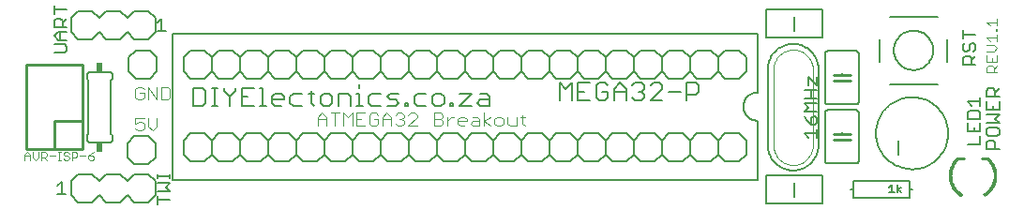
<source format=gto>
G75*
G70*
%OFA0B0*%
%FSLAX24Y24*%
%IPPOS*%
%LPD*%
%AMOC8*
5,1,8,0,0,1.08239X$1,22.5*
%
%ADD10C,0.0060*%
%ADD11C,0.0040*%
%ADD12C,0.0030*%
%ADD13C,0.0070*%
%ADD14R,0.0240X0.0340*%
%ADD15C,0.0080*%
%ADD16C,0.0050*%
%ADD17C,0.0100*%
%ADD18C,0.0010*%
%ADD19C,0.0020*%
D10*
X001860Y000760D02*
X002110Y000510D01*
X002610Y000510D01*
X002860Y000760D01*
X003110Y000510D01*
X003610Y000510D01*
X003860Y000760D01*
X004110Y000510D01*
X004610Y000510D01*
X004860Y000760D01*
X004860Y001260D01*
X004610Y001510D01*
X004110Y001510D01*
X003860Y001260D01*
X003610Y001510D01*
X003110Y001510D01*
X002860Y001260D01*
X002610Y001510D01*
X002110Y001510D01*
X001860Y001260D01*
X001860Y000760D01*
X005460Y001310D02*
X026260Y001310D01*
X026260Y003410D01*
X025610Y002960D02*
X025110Y002960D01*
X024860Y002710D01*
X024860Y002210D01*
X025110Y001960D01*
X025610Y001960D01*
X025860Y002210D01*
X025860Y002710D01*
X025610Y002960D01*
X024860Y002710D02*
X024610Y002960D01*
X024110Y002960D01*
X023860Y002710D01*
X023860Y002210D01*
X024110Y001960D01*
X024610Y001960D01*
X024860Y002210D01*
X023860Y002210D02*
X023610Y001960D01*
X023110Y001960D01*
X022860Y002210D01*
X022610Y001960D01*
X022110Y001960D01*
X021860Y002210D01*
X021610Y001960D01*
X021110Y001960D01*
X020860Y002210D01*
X020610Y001960D01*
X020110Y001960D01*
X019860Y002210D01*
X019610Y001960D01*
X019110Y001960D01*
X018860Y002210D01*
X018610Y001960D01*
X018110Y001960D01*
X017860Y002210D01*
X017610Y001960D01*
X017110Y001960D01*
X016860Y002210D01*
X016610Y001960D01*
X016110Y001960D01*
X015860Y002210D01*
X015610Y001960D01*
X015110Y001960D01*
X014860Y002210D01*
X014610Y001960D01*
X014110Y001960D01*
X013860Y002210D01*
X013610Y001960D01*
X013110Y001960D01*
X012860Y002210D01*
X012610Y001960D01*
X012110Y001960D01*
X011860Y002210D01*
X011610Y001960D01*
X011110Y001960D01*
X010860Y002210D01*
X010610Y001960D01*
X010110Y001960D01*
X009860Y002210D01*
X009610Y001960D01*
X009110Y001960D01*
X008860Y002210D01*
X008610Y001960D01*
X008110Y001960D01*
X007860Y002210D01*
X007610Y001960D01*
X007110Y001960D01*
X006860Y002210D01*
X006610Y001960D01*
X006110Y001960D01*
X005860Y002210D01*
X005860Y002710D01*
X006110Y002960D01*
X006610Y002960D01*
X006860Y002710D01*
X007110Y002960D01*
X007610Y002960D01*
X007860Y002710D01*
X007860Y002210D01*
X006860Y002210D02*
X006860Y002710D01*
X007860Y002710D02*
X008110Y002960D01*
X008610Y002960D01*
X008860Y002710D01*
X009110Y002960D01*
X009610Y002960D01*
X009860Y002710D01*
X010110Y002960D01*
X010610Y002960D01*
X010860Y002710D01*
X010860Y002210D01*
X009860Y002210D02*
X009860Y002710D01*
X008860Y002710D02*
X008860Y002210D01*
X010860Y002710D02*
X011110Y002960D01*
X011610Y002960D01*
X011860Y002710D01*
X012110Y002960D01*
X012610Y002960D01*
X012860Y002710D01*
X013110Y002960D01*
X013610Y002960D01*
X013860Y002710D01*
X013860Y002210D01*
X012860Y002210D02*
X012860Y002710D01*
X011860Y002710D02*
X011860Y002210D01*
X013860Y002710D02*
X014110Y002960D01*
X014610Y002960D01*
X014860Y002710D01*
X015110Y002960D01*
X015610Y002960D01*
X015860Y002710D01*
X016110Y002960D01*
X016610Y002960D01*
X016860Y002710D01*
X016860Y002210D01*
X015860Y002210D02*
X015860Y002710D01*
X014860Y002710D02*
X014860Y002210D01*
X016860Y002710D02*
X017110Y002960D01*
X017610Y002960D01*
X017860Y002710D01*
X018110Y002960D01*
X018610Y002960D01*
X018860Y002710D01*
X019110Y002960D01*
X019610Y002960D01*
X019860Y002710D01*
X019860Y002210D01*
X018860Y002210D02*
X018860Y002710D01*
X017860Y002710D02*
X017860Y002210D01*
X019860Y002710D02*
X020110Y002960D01*
X020610Y002960D01*
X020860Y002710D01*
X021110Y002960D01*
X021610Y002960D01*
X021860Y002710D01*
X022110Y002960D01*
X022610Y002960D01*
X022860Y002710D01*
X022860Y002210D01*
X021860Y002210D02*
X021860Y002710D01*
X020860Y002710D02*
X020860Y002210D01*
X022860Y002710D02*
X023110Y002960D01*
X023610Y002960D01*
X023860Y002710D01*
X026635Y002535D02*
X026635Y005235D01*
X025860Y005160D02*
X025610Y004910D01*
X025110Y004910D01*
X024860Y005160D01*
X024610Y004910D01*
X024110Y004910D01*
X023860Y005160D01*
X023860Y005660D01*
X024110Y005910D01*
X024610Y005910D01*
X024860Y005660D01*
X025110Y005910D01*
X025610Y005910D01*
X025860Y005660D01*
X025860Y005160D01*
X024860Y005160D02*
X024860Y005660D01*
X023860Y005660D02*
X023610Y005910D01*
X023110Y005910D01*
X022860Y005660D01*
X022610Y005910D01*
X022110Y005910D01*
X021860Y005660D01*
X021610Y005910D01*
X021110Y005910D01*
X020860Y005660D01*
X020860Y005160D01*
X021110Y004910D01*
X021610Y004910D01*
X021860Y005160D01*
X021860Y005660D01*
X020860Y005660D02*
X020610Y005910D01*
X020110Y005910D01*
X019860Y005660D01*
X019610Y005910D01*
X019110Y005910D01*
X018860Y005660D01*
X018610Y005910D01*
X018110Y005910D01*
X017860Y005660D01*
X017860Y005160D01*
X018110Y004910D01*
X018610Y004910D01*
X018860Y005160D01*
X018860Y005660D01*
X017860Y005660D02*
X017610Y005910D01*
X017110Y005910D01*
X016860Y005660D01*
X016610Y005910D01*
X016110Y005910D01*
X015860Y005660D01*
X015610Y005910D01*
X015110Y005910D01*
X014860Y005660D01*
X014860Y005160D01*
X015110Y004910D01*
X015610Y004910D01*
X015860Y005160D01*
X015860Y005660D01*
X014860Y005660D02*
X014610Y005910D01*
X014110Y005910D01*
X013860Y005660D01*
X013610Y005910D01*
X013110Y005910D01*
X012860Y005660D01*
X012610Y005910D01*
X012110Y005910D01*
X011860Y005660D01*
X011860Y005160D01*
X012110Y004910D01*
X012610Y004910D01*
X012860Y005160D01*
X012860Y005660D01*
X011860Y005660D02*
X011610Y005910D01*
X011110Y005910D01*
X010860Y005660D01*
X010610Y005910D01*
X010110Y005910D01*
X009860Y005660D01*
X009610Y005910D01*
X009110Y005910D01*
X008860Y005660D01*
X008860Y005160D01*
X009110Y004910D01*
X009610Y004910D01*
X009860Y005160D01*
X009860Y005660D01*
X008860Y005660D02*
X008610Y005910D01*
X008110Y005910D01*
X007860Y005660D01*
X007610Y005910D01*
X007110Y005910D01*
X006860Y005660D01*
X006610Y005910D01*
X006110Y005910D01*
X005860Y005660D01*
X005860Y005160D01*
X006110Y004910D01*
X006610Y004910D01*
X006860Y005160D01*
X006860Y005660D01*
X007860Y005660D02*
X007860Y005160D01*
X007610Y004910D01*
X007110Y004910D01*
X006860Y005160D01*
X007860Y005160D02*
X008110Y004910D01*
X008610Y004910D01*
X008860Y005160D01*
X009860Y005160D02*
X010110Y004910D01*
X010610Y004910D01*
X010860Y005160D01*
X010860Y005660D01*
X010860Y005160D02*
X011110Y004910D01*
X011610Y004910D01*
X011860Y005160D01*
X012860Y005160D02*
X013110Y004910D01*
X013610Y004910D01*
X013860Y005160D01*
X013860Y005660D01*
X013860Y005160D02*
X014110Y004910D01*
X014610Y004910D01*
X014860Y005160D01*
X015860Y005160D02*
X016110Y004910D01*
X016610Y004910D01*
X016860Y005160D01*
X016860Y005660D01*
X016860Y005160D02*
X017110Y004910D01*
X017610Y004910D01*
X017860Y005160D01*
X018860Y005160D02*
X019110Y004910D01*
X019610Y004910D01*
X019860Y005160D01*
X019860Y005660D01*
X019860Y005160D02*
X020110Y004910D01*
X020610Y004910D01*
X020860Y005160D01*
X021860Y005160D02*
X022110Y004910D01*
X022610Y004910D01*
X022860Y005160D01*
X022860Y005660D01*
X022860Y005160D02*
X023110Y004910D01*
X023610Y004910D01*
X023860Y005160D01*
X026260Y004410D02*
X026260Y006510D01*
X005460Y006510D01*
X005460Y001310D01*
X004860Y002110D02*
X004610Y001860D01*
X004110Y001860D01*
X003860Y002110D01*
X003860Y002610D01*
X004110Y002860D01*
X004610Y002860D01*
X004860Y002610D01*
X004860Y002110D01*
X003235Y002640D02*
X002535Y002640D01*
X002518Y002642D01*
X002501Y002646D01*
X002485Y002653D01*
X002471Y002663D01*
X002458Y002676D01*
X002448Y002690D01*
X002441Y002706D01*
X002437Y002723D01*
X002435Y002740D01*
X002435Y002890D01*
X002485Y002940D01*
X002485Y004840D01*
X002435Y004890D01*
X002435Y005040D01*
X002437Y005057D01*
X002441Y005074D01*
X002448Y005090D01*
X002458Y005104D01*
X002471Y005117D01*
X002485Y005127D01*
X002501Y005134D01*
X002518Y005138D01*
X002535Y005140D01*
X003235Y005140D01*
X003252Y005138D01*
X003269Y005134D01*
X003285Y005127D01*
X003299Y005117D01*
X003312Y005104D01*
X003322Y005090D01*
X003329Y005074D01*
X003333Y005057D01*
X003335Y005040D01*
X003335Y004890D01*
X003285Y004840D01*
X003285Y002940D01*
X003335Y002890D01*
X003335Y002740D01*
X003333Y002723D01*
X003329Y002706D01*
X003322Y002690D01*
X003312Y002676D01*
X003299Y002663D01*
X003285Y002653D01*
X003269Y002646D01*
X003252Y002642D01*
X003235Y002640D01*
X006215Y003940D02*
X006536Y003940D01*
X006642Y004047D01*
X006642Y004474D01*
X006536Y004581D01*
X006215Y004581D01*
X006215Y003940D01*
X006860Y003940D02*
X007073Y003940D01*
X006967Y003940D02*
X006967Y004581D01*
X007073Y004581D02*
X006860Y004581D01*
X007290Y004581D02*
X007290Y004474D01*
X007503Y004260D01*
X007503Y003940D01*
X007934Y003940D02*
X008361Y003940D01*
X008579Y003940D02*
X008792Y003940D01*
X008685Y003940D02*
X008685Y004581D01*
X008579Y004581D01*
X008361Y004581D02*
X007934Y004581D01*
X007934Y003940D01*
X009008Y004047D02*
X009115Y003940D01*
X009329Y003940D01*
X009008Y004047D02*
X009008Y004260D01*
X009115Y004367D01*
X009329Y004367D01*
X009435Y004260D01*
X009435Y004154D01*
X009008Y004154D01*
X009653Y004260D02*
X009653Y004047D01*
X009760Y003940D01*
X010080Y003940D01*
X010404Y004047D02*
X010511Y003940D01*
X010404Y004047D02*
X010404Y004474D01*
X010297Y004367D02*
X010511Y004367D01*
X010727Y004260D02*
X010834Y004367D01*
X011047Y004367D01*
X011154Y004260D01*
X011154Y004047D01*
X011047Y003940D01*
X010834Y003940D01*
X010727Y004047D01*
X010727Y004260D01*
X011372Y004367D02*
X011692Y004367D01*
X011799Y004260D01*
X011799Y003940D01*
X012016Y003940D02*
X012230Y003940D01*
X012123Y003940D02*
X012123Y004367D01*
X012016Y004367D01*
X012446Y004260D02*
X012553Y004367D01*
X012873Y004367D01*
X013091Y004260D02*
X013197Y004367D01*
X013518Y004367D01*
X013197Y004154D02*
X013091Y004260D01*
X013197Y004154D02*
X013411Y004154D01*
X013518Y004047D01*
X013411Y003940D01*
X013091Y003940D01*
X012873Y003940D02*
X012553Y003940D01*
X012446Y004047D01*
X012446Y004260D01*
X011372Y004367D02*
X011372Y003940D01*
X009760Y004367D02*
X009653Y004260D01*
X009760Y004367D02*
X010080Y004367D01*
X008148Y004260D02*
X007934Y004260D01*
X007717Y004474D02*
X007503Y004260D01*
X007717Y004474D02*
X007717Y004581D01*
X004910Y005160D02*
X004660Y004910D01*
X004160Y004910D01*
X003910Y005160D01*
X003910Y005660D01*
X004160Y005910D01*
X004660Y005910D01*
X004910Y005660D01*
X004910Y005160D01*
X004610Y006310D02*
X004110Y006310D01*
X003860Y006560D01*
X003610Y006310D01*
X003110Y006310D01*
X002860Y006560D01*
X002610Y006310D01*
X002110Y006310D01*
X001860Y006560D01*
X001860Y007060D01*
X002110Y007310D01*
X002610Y007310D01*
X002860Y007060D01*
X003110Y007310D01*
X003610Y007310D01*
X003860Y007060D01*
X004110Y007310D01*
X004610Y007310D01*
X004860Y007060D01*
X004860Y006560D01*
X004610Y006310D01*
X012123Y004687D02*
X012123Y004581D01*
X014057Y004260D02*
X014057Y004047D01*
X014164Y003940D01*
X014484Y003940D01*
X014702Y004047D02*
X014809Y003940D01*
X015022Y003940D01*
X015129Y004047D01*
X015129Y004260D01*
X015022Y004367D01*
X014809Y004367D01*
X014702Y004260D01*
X014702Y004047D01*
X014164Y004367D02*
X014057Y004260D01*
X014164Y004367D02*
X014484Y004367D01*
X015669Y004367D02*
X016096Y004367D01*
X015669Y003940D01*
X016096Y003940D01*
X016313Y004047D02*
X016420Y004154D01*
X016740Y004154D01*
X016740Y004260D02*
X016740Y003940D01*
X016420Y003940D01*
X016313Y004047D01*
X016634Y004367D02*
X016740Y004260D01*
X016634Y004367D02*
X016420Y004367D01*
X015453Y004047D02*
X015453Y003940D01*
X015346Y003940D01*
X015346Y004047D01*
X015453Y004047D01*
X013842Y004047D02*
X013842Y003940D01*
X013735Y003940D01*
X013735Y004047D01*
X013842Y004047D01*
X026260Y004410D02*
X026216Y004408D01*
X026173Y004402D01*
X026131Y004393D01*
X026089Y004380D01*
X026049Y004363D01*
X026010Y004343D01*
X025973Y004320D01*
X025939Y004293D01*
X025906Y004264D01*
X025877Y004231D01*
X025850Y004197D01*
X025827Y004160D01*
X025807Y004121D01*
X025790Y004081D01*
X025777Y004039D01*
X025768Y003997D01*
X025762Y003954D01*
X025760Y003910D01*
X025762Y003866D01*
X025768Y003823D01*
X025777Y003781D01*
X025790Y003739D01*
X025807Y003699D01*
X025827Y003660D01*
X025850Y003623D01*
X025877Y003589D01*
X025906Y003556D01*
X025939Y003527D01*
X025973Y003500D01*
X026010Y003477D01*
X026049Y003457D01*
X026089Y003440D01*
X026131Y003427D01*
X026173Y003418D01*
X026216Y003412D01*
X026260Y003410D01*
X028660Y003685D02*
X028660Y001985D01*
X028662Y001968D01*
X028666Y001951D01*
X028673Y001935D01*
X028683Y001921D01*
X028696Y001908D01*
X028710Y001898D01*
X028726Y001891D01*
X028743Y001887D01*
X028760Y001885D01*
X029760Y001885D01*
X029777Y001887D01*
X029794Y001891D01*
X029810Y001898D01*
X029824Y001908D01*
X029837Y001921D01*
X029847Y001935D01*
X029854Y001951D01*
X029858Y001968D01*
X029860Y001985D01*
X029860Y003685D01*
X029858Y003702D01*
X029854Y003719D01*
X029847Y003735D01*
X029837Y003749D01*
X029824Y003762D01*
X029810Y003772D01*
X029794Y003779D01*
X029777Y003783D01*
X029760Y003785D01*
X028760Y003785D01*
X028743Y003783D01*
X028726Y003779D01*
X028710Y003772D01*
X028696Y003762D01*
X028683Y003749D01*
X028673Y003735D01*
X028666Y003719D01*
X028662Y003702D01*
X028660Y003685D01*
X028760Y003985D02*
X029760Y003985D01*
X029777Y003987D01*
X029794Y003991D01*
X029810Y003998D01*
X029824Y004008D01*
X029837Y004021D01*
X029847Y004035D01*
X029854Y004051D01*
X029858Y004068D01*
X029860Y004085D01*
X029860Y005785D01*
X029858Y005802D01*
X029854Y005819D01*
X029847Y005835D01*
X029837Y005849D01*
X029824Y005862D01*
X029810Y005872D01*
X029794Y005879D01*
X029777Y005883D01*
X029760Y005885D01*
X028760Y005885D01*
X028743Y005883D01*
X028726Y005879D01*
X028710Y005872D01*
X028696Y005862D01*
X028683Y005849D01*
X028673Y005835D01*
X028666Y005819D01*
X028662Y005802D01*
X028660Y005785D01*
X028660Y004085D01*
X028662Y004068D01*
X028666Y004051D01*
X028673Y004035D01*
X028683Y004021D01*
X028696Y004008D01*
X028710Y003998D01*
X028726Y003991D01*
X028743Y003987D01*
X028760Y003985D01*
X029260Y004785D02*
X029260Y004835D01*
X029260Y005035D02*
X029260Y005085D01*
X028435Y005235D02*
X028435Y002535D01*
X029260Y002685D02*
X029260Y002735D01*
X029260Y002935D02*
X029260Y002985D01*
X028435Y002535D02*
X028433Y002476D01*
X028427Y002418D01*
X028418Y002359D01*
X028404Y002302D01*
X028387Y002246D01*
X028366Y002191D01*
X028342Y002137D01*
X028314Y002085D01*
X028283Y002035D01*
X028249Y001987D01*
X028212Y001942D01*
X028171Y001899D01*
X028128Y001858D01*
X028083Y001821D01*
X028035Y001787D01*
X027985Y001756D01*
X027933Y001728D01*
X027879Y001704D01*
X027824Y001683D01*
X027768Y001666D01*
X027711Y001652D01*
X027652Y001643D01*
X027594Y001637D01*
X027535Y001635D01*
X027476Y001637D01*
X027418Y001643D01*
X027359Y001652D01*
X027302Y001666D01*
X027246Y001683D01*
X027191Y001704D01*
X027137Y001728D01*
X027085Y001756D01*
X027035Y001787D01*
X026987Y001821D01*
X026942Y001858D01*
X026899Y001899D01*
X026858Y001942D01*
X026821Y001987D01*
X026787Y002035D01*
X026756Y002085D01*
X026728Y002137D01*
X026704Y002191D01*
X026683Y002246D01*
X026666Y002302D01*
X026652Y002359D01*
X026643Y002418D01*
X026637Y002476D01*
X026635Y002535D01*
X026635Y005235D02*
X026637Y005294D01*
X026643Y005352D01*
X026652Y005411D01*
X026666Y005468D01*
X026683Y005524D01*
X026704Y005579D01*
X026728Y005633D01*
X026756Y005685D01*
X026787Y005735D01*
X026821Y005783D01*
X026858Y005828D01*
X026899Y005871D01*
X026942Y005912D01*
X026987Y005949D01*
X027035Y005983D01*
X027085Y006014D01*
X027137Y006042D01*
X027191Y006066D01*
X027246Y006087D01*
X027302Y006104D01*
X027359Y006118D01*
X027418Y006127D01*
X027476Y006133D01*
X027535Y006135D01*
X027594Y006133D01*
X027652Y006127D01*
X027711Y006118D01*
X027768Y006104D01*
X027824Y006087D01*
X027879Y006066D01*
X027933Y006042D01*
X027985Y006014D01*
X028035Y005983D01*
X028083Y005949D01*
X028128Y005912D01*
X028171Y005871D01*
X028212Y005828D01*
X028249Y005783D01*
X028283Y005735D01*
X028314Y005685D01*
X028342Y005633D01*
X028366Y005579D01*
X028387Y005524D01*
X028404Y005468D01*
X028418Y005411D01*
X028427Y005352D01*
X028433Y005294D01*
X028435Y005235D01*
D11*
X017997Y003537D02*
X017843Y003537D01*
X017920Y003614D02*
X017920Y003307D01*
X017997Y003230D01*
X017690Y003230D02*
X017690Y003537D01*
X017383Y003537D02*
X017383Y003307D01*
X017459Y003230D01*
X017690Y003230D01*
X017229Y003307D02*
X017153Y003230D01*
X016999Y003230D01*
X016922Y003307D01*
X016922Y003460D01*
X016999Y003537D01*
X017153Y003537D01*
X017229Y003460D01*
X017229Y003307D01*
X016769Y003230D02*
X016539Y003383D01*
X016769Y003537D01*
X016385Y003460D02*
X016385Y003230D01*
X016155Y003230D01*
X016078Y003307D01*
X016155Y003383D01*
X016385Y003383D01*
X016385Y003460D02*
X016308Y003537D01*
X016155Y003537D01*
X015925Y003460D02*
X015925Y003383D01*
X015618Y003383D01*
X015618Y003307D02*
X015618Y003460D01*
X015695Y003537D01*
X015848Y003537D01*
X015925Y003460D01*
X015695Y003230D02*
X015618Y003307D01*
X015695Y003230D02*
X015848Y003230D01*
X015234Y003230D02*
X015234Y003537D01*
X015081Y003537D02*
X015004Y003460D01*
X014774Y003460D01*
X015004Y003460D02*
X015081Y003383D01*
X015081Y003307D01*
X015004Y003230D01*
X014774Y003230D01*
X014774Y003690D01*
X015004Y003690D01*
X015081Y003614D01*
X015081Y003537D01*
X015234Y003383D02*
X015388Y003537D01*
X015464Y003537D01*
X016539Y003690D02*
X016539Y003230D01*
X014160Y003230D02*
X013853Y003230D01*
X014160Y003537D01*
X014160Y003614D01*
X014083Y003690D01*
X013930Y003690D01*
X013853Y003614D01*
X013700Y003614D02*
X013700Y003537D01*
X013623Y003460D01*
X013700Y003383D01*
X013700Y003307D01*
X013623Y003230D01*
X013469Y003230D01*
X013393Y003307D01*
X013239Y003230D02*
X013239Y003537D01*
X013086Y003690D01*
X012932Y003537D01*
X012932Y003230D01*
X012779Y003307D02*
X012779Y003460D01*
X012625Y003460D01*
X012932Y003460D02*
X013239Y003460D01*
X013546Y003460D02*
X013623Y003460D01*
X013700Y003614D02*
X013623Y003690D01*
X013469Y003690D01*
X013393Y003614D01*
X012779Y003614D02*
X012702Y003690D01*
X012549Y003690D01*
X012472Y003614D01*
X012472Y003307D01*
X012549Y003230D01*
X012702Y003230D01*
X012779Y003307D01*
X012318Y003230D02*
X012011Y003230D01*
X012011Y003690D01*
X012318Y003690D01*
X011858Y003690D02*
X011858Y003230D01*
X011551Y003230D02*
X011551Y003690D01*
X011705Y003537D01*
X011858Y003690D01*
X011398Y003690D02*
X011091Y003690D01*
X011244Y003690D02*
X011244Y003230D01*
X010937Y003230D02*
X010937Y003537D01*
X010784Y003690D01*
X010630Y003537D01*
X010630Y003230D01*
X010630Y003460D02*
X010937Y003460D01*
X012011Y003460D02*
X012165Y003460D01*
X005383Y004232D02*
X005306Y004155D01*
X005076Y004155D01*
X005076Y004615D01*
X005306Y004615D01*
X005383Y004539D01*
X005383Y004232D01*
X004923Y004155D02*
X004923Y004615D01*
X004616Y004615D02*
X004923Y004155D01*
X004616Y004155D02*
X004616Y004615D01*
X004462Y004539D02*
X004386Y004615D01*
X004232Y004615D01*
X004155Y004539D01*
X004155Y004232D01*
X004232Y004155D01*
X004386Y004155D01*
X004462Y004232D01*
X004462Y004385D01*
X004309Y004385D01*
X004462Y003515D02*
X004155Y003515D01*
X004155Y003285D01*
X004309Y003362D01*
X004386Y003362D01*
X004462Y003285D01*
X004462Y003132D01*
X004386Y003055D01*
X004232Y003055D01*
X004155Y003132D01*
X004616Y003208D02*
X004769Y003055D01*
X004923Y003208D01*
X004923Y003515D01*
X004616Y003515D02*
X004616Y003208D01*
D12*
X002674Y002295D02*
X002577Y002247D01*
X002481Y002150D01*
X002626Y002150D01*
X002674Y002102D01*
X002674Y002053D01*
X002626Y002005D01*
X002529Y002005D01*
X002481Y002053D01*
X002481Y002150D01*
X002380Y002150D02*
X002186Y002150D01*
X002085Y002150D02*
X002036Y002102D01*
X001891Y002102D01*
X001891Y002005D02*
X001891Y002295D01*
X002036Y002295D01*
X002085Y002247D01*
X002085Y002150D01*
X001790Y002102D02*
X001790Y002053D01*
X001742Y002005D01*
X001645Y002005D01*
X001597Y002053D01*
X001497Y002005D02*
X001400Y002005D01*
X001449Y002005D02*
X001449Y002295D01*
X001497Y002295D02*
X001400Y002295D01*
X001299Y002150D02*
X001106Y002150D01*
X001004Y002150D02*
X000956Y002102D01*
X000811Y002102D01*
X000908Y002102D02*
X001004Y002005D01*
X000811Y002005D02*
X000811Y002295D01*
X000956Y002295D01*
X001004Y002247D01*
X001004Y002150D01*
X000710Y002102D02*
X000710Y002295D01*
X000516Y002295D02*
X000516Y002102D01*
X000613Y002005D01*
X000710Y002102D01*
X000415Y002150D02*
X000222Y002150D01*
X000222Y002198D02*
X000318Y002295D01*
X000415Y002198D01*
X000415Y002005D01*
X000222Y002005D02*
X000222Y002198D01*
X001597Y002198D02*
X001645Y002150D01*
X001742Y002150D01*
X001790Y002102D01*
X001597Y002198D02*
X001597Y002247D01*
X001645Y002295D01*
X001742Y002295D01*
X001790Y002247D01*
X034415Y005125D02*
X034415Y005310D01*
X034477Y005372D01*
X034600Y005372D01*
X034662Y005310D01*
X034662Y005125D01*
X034785Y005125D02*
X034415Y005125D01*
X034662Y005248D02*
X034785Y005372D01*
X034785Y005493D02*
X034415Y005493D01*
X034415Y005740D01*
X034415Y005862D02*
X034662Y005862D01*
X034785Y005985D01*
X034662Y006109D01*
X034415Y006109D01*
X034538Y006230D02*
X034415Y006353D01*
X034785Y006353D01*
X034785Y006230D02*
X034785Y006477D01*
X034785Y006598D02*
X034785Y006660D01*
X034724Y006660D01*
X034724Y006598D01*
X034785Y006598D01*
X034785Y006782D02*
X034785Y007029D01*
X034785Y006906D02*
X034415Y006906D01*
X034538Y006782D01*
X034785Y005740D02*
X034785Y005493D01*
X034600Y005493D02*
X034600Y005617D01*
D13*
X024171Y004650D02*
X024171Y004440D01*
X024066Y004335D01*
X023751Y004335D01*
X023527Y004440D02*
X023106Y004440D01*
X022882Y004545D02*
X022882Y004650D01*
X022777Y004756D01*
X022567Y004756D01*
X022462Y004650D01*
X022237Y004650D02*
X022237Y004545D01*
X022132Y004440D01*
X022237Y004335D01*
X022237Y004230D01*
X022132Y004125D01*
X021922Y004125D01*
X021817Y004230D01*
X021593Y004125D02*
X021593Y004545D01*
X021383Y004756D01*
X021173Y004545D01*
X021173Y004125D01*
X020948Y004230D02*
X020843Y004125D01*
X020633Y004125D01*
X020528Y004230D01*
X020528Y004650D01*
X020633Y004756D01*
X020843Y004756D01*
X020948Y004650D01*
X020304Y004756D02*
X019883Y004756D01*
X019883Y004125D01*
X020304Y004125D01*
X019659Y004125D02*
X019659Y004756D01*
X019449Y004545D01*
X019239Y004756D01*
X019239Y004125D01*
X019883Y004440D02*
X020094Y004440D01*
X020738Y004440D02*
X020948Y004440D01*
X020948Y004230D01*
X021173Y004440D02*
X021593Y004440D01*
X022027Y004440D02*
X022132Y004440D01*
X022462Y004125D02*
X022882Y004545D01*
X022237Y004650D02*
X022132Y004756D01*
X021922Y004756D01*
X021817Y004650D01*
X023751Y004756D02*
X024066Y004756D01*
X024171Y004650D01*
X023751Y004756D02*
X023751Y004125D01*
X022882Y004125D02*
X022462Y004125D01*
D14*
X002885Y005310D03*
X002885Y002470D03*
D15*
X026560Y001460D02*
X026560Y000460D01*
X028560Y000460D01*
X028560Y001460D01*
X026560Y001460D01*
X027560Y001210D02*
X027560Y000710D01*
X029560Y000960D02*
X029660Y000960D01*
X029660Y001260D01*
X031660Y001260D01*
X031660Y000960D01*
X031760Y000960D01*
X031660Y000960D02*
X031660Y000660D01*
X029660Y000660D01*
X029660Y000960D01*
X031260Y002210D02*
X031260Y002710D01*
X030480Y002960D02*
X030482Y003031D01*
X030488Y003102D01*
X030498Y003173D01*
X030512Y003242D01*
X030529Y003311D01*
X030551Y003379D01*
X030576Y003446D01*
X030605Y003511D01*
X030637Y003574D01*
X030673Y003636D01*
X030712Y003695D01*
X030755Y003752D01*
X030800Y003807D01*
X030849Y003859D01*
X030900Y003908D01*
X030954Y003954D01*
X031011Y003998D01*
X031069Y004038D01*
X031130Y004074D01*
X031193Y004108D01*
X031258Y004137D01*
X031324Y004163D01*
X031392Y004186D01*
X031460Y004204D01*
X031530Y004219D01*
X031600Y004230D01*
X031671Y004237D01*
X031742Y004240D01*
X031813Y004239D01*
X031884Y004234D01*
X031955Y004225D01*
X032025Y004212D01*
X032094Y004196D01*
X032162Y004175D01*
X032229Y004151D01*
X032295Y004123D01*
X032358Y004091D01*
X032420Y004056D01*
X032480Y004018D01*
X032538Y003976D01*
X032593Y003932D01*
X032646Y003884D01*
X032696Y003833D01*
X032743Y003780D01*
X032787Y003724D01*
X032828Y003666D01*
X032866Y003605D01*
X032900Y003543D01*
X032930Y003478D01*
X032957Y003413D01*
X032981Y003345D01*
X033000Y003277D01*
X033016Y003208D01*
X033028Y003137D01*
X033036Y003067D01*
X033040Y002996D01*
X033040Y002924D01*
X033036Y002853D01*
X033028Y002783D01*
X033016Y002712D01*
X033000Y002643D01*
X032981Y002575D01*
X032957Y002507D01*
X032930Y002442D01*
X032900Y002377D01*
X032866Y002315D01*
X032828Y002254D01*
X032787Y002196D01*
X032743Y002140D01*
X032696Y002087D01*
X032646Y002036D01*
X032593Y001988D01*
X032538Y001944D01*
X032480Y001902D01*
X032420Y001864D01*
X032358Y001829D01*
X032295Y001797D01*
X032229Y001769D01*
X032162Y001745D01*
X032094Y001724D01*
X032025Y001708D01*
X031955Y001695D01*
X031884Y001686D01*
X031813Y001681D01*
X031742Y001680D01*
X031671Y001683D01*
X031600Y001690D01*
X031530Y001701D01*
X031460Y001716D01*
X031392Y001734D01*
X031324Y001757D01*
X031258Y001783D01*
X031193Y001812D01*
X031130Y001846D01*
X031069Y001882D01*
X031011Y001922D01*
X030954Y001966D01*
X030900Y002012D01*
X030849Y002061D01*
X030800Y002113D01*
X030755Y002168D01*
X030712Y002225D01*
X030673Y002284D01*
X030637Y002346D01*
X030605Y002409D01*
X030576Y002474D01*
X030551Y002541D01*
X030529Y002609D01*
X030512Y002678D01*
X030498Y002747D01*
X030488Y002818D01*
X030482Y002889D01*
X030480Y002960D01*
X030960Y004710D02*
X032660Y004710D01*
X033010Y005510D02*
X033010Y006303D01*
X031110Y005910D02*
X031112Y005962D01*
X031118Y006014D01*
X031128Y006066D01*
X031141Y006116D01*
X031158Y006166D01*
X031179Y006214D01*
X031204Y006260D01*
X031232Y006304D01*
X031263Y006346D01*
X031297Y006386D01*
X031334Y006423D01*
X031374Y006457D01*
X031416Y006488D01*
X031460Y006516D01*
X031506Y006541D01*
X031554Y006562D01*
X031604Y006579D01*
X031654Y006592D01*
X031706Y006602D01*
X031758Y006608D01*
X031810Y006610D01*
X031862Y006608D01*
X031914Y006602D01*
X031966Y006592D01*
X032016Y006579D01*
X032066Y006562D01*
X032114Y006541D01*
X032160Y006516D01*
X032204Y006488D01*
X032246Y006457D01*
X032286Y006423D01*
X032323Y006386D01*
X032357Y006346D01*
X032388Y006304D01*
X032416Y006260D01*
X032441Y006214D01*
X032462Y006166D01*
X032479Y006116D01*
X032492Y006066D01*
X032502Y006014D01*
X032508Y005962D01*
X032510Y005910D01*
X032508Y005858D01*
X032502Y005806D01*
X032492Y005754D01*
X032479Y005704D01*
X032462Y005654D01*
X032441Y005606D01*
X032416Y005560D01*
X032388Y005516D01*
X032357Y005474D01*
X032323Y005434D01*
X032286Y005397D01*
X032246Y005363D01*
X032204Y005332D01*
X032160Y005304D01*
X032114Y005279D01*
X032066Y005258D01*
X032016Y005241D01*
X031966Y005228D01*
X031914Y005218D01*
X031862Y005212D01*
X031810Y005210D01*
X031758Y005212D01*
X031706Y005218D01*
X031654Y005228D01*
X031604Y005241D01*
X031554Y005258D01*
X031506Y005279D01*
X031460Y005304D01*
X031416Y005332D01*
X031374Y005363D01*
X031334Y005397D01*
X031297Y005434D01*
X031263Y005474D01*
X031232Y005516D01*
X031204Y005560D01*
X031179Y005606D01*
X031158Y005654D01*
X031141Y005704D01*
X031128Y005754D01*
X031118Y005806D01*
X031112Y005858D01*
X031110Y005910D01*
X030610Y005510D02*
X030610Y006315D01*
X028560Y006360D02*
X028560Y007360D01*
X026560Y007360D01*
X026560Y006360D01*
X028560Y006360D01*
X027560Y006610D02*
X027560Y007110D01*
X030960Y007110D02*
X032660Y007110D01*
D16*
X033565Y006631D02*
X033565Y006331D01*
X033565Y006481D02*
X034015Y006481D01*
X033940Y006171D02*
X033865Y006171D01*
X033790Y006096D01*
X033790Y005945D01*
X033715Y005870D01*
X033640Y005870D01*
X033565Y005945D01*
X033565Y006096D01*
X033640Y006171D01*
X033940Y006171D02*
X034015Y006096D01*
X034015Y005945D01*
X033940Y005870D01*
X034015Y005710D02*
X033865Y005560D01*
X033865Y005635D02*
X033865Y005410D01*
X034015Y005410D02*
X033565Y005410D01*
X033565Y005635D01*
X033640Y005710D01*
X033790Y005710D01*
X033865Y005635D01*
X034485Y004552D02*
X034635Y004552D01*
X034710Y004477D01*
X034710Y004252D01*
X034860Y004252D02*
X034410Y004252D01*
X034410Y004477D01*
X034485Y004552D01*
X034710Y004402D02*
X034860Y004552D01*
X034185Y004241D02*
X034185Y003941D01*
X033885Y003941D02*
X033735Y004091D01*
X034185Y004091D01*
X034410Y004091D02*
X034410Y003791D01*
X034860Y003791D01*
X034860Y004091D01*
X034635Y003941D02*
X034635Y003791D01*
X034860Y003631D02*
X034410Y003631D01*
X034185Y003706D02*
X034110Y003781D01*
X033810Y003781D01*
X033735Y003706D01*
X033735Y003481D01*
X034185Y003481D01*
X034185Y003706D01*
X034710Y003481D02*
X034860Y003631D01*
X034710Y003481D02*
X034860Y003331D01*
X034410Y003331D01*
X034185Y003321D02*
X034185Y003020D01*
X033735Y003020D01*
X033735Y003321D01*
X033960Y003171D02*
X033960Y003020D01*
X034410Y002945D02*
X034485Y002870D01*
X034785Y002870D01*
X034860Y002945D01*
X034860Y003096D01*
X034785Y003171D01*
X034485Y003171D01*
X034410Y003096D01*
X034410Y002945D01*
X034185Y002860D02*
X034185Y002560D01*
X033735Y002560D01*
X034410Y002635D02*
X034410Y002410D01*
X034860Y002410D01*
X034710Y002410D02*
X034710Y002635D01*
X034635Y002710D01*
X034485Y002710D01*
X034410Y002635D01*
X028385Y002810D02*
X028385Y003110D01*
X028385Y002960D02*
X027935Y002960D01*
X028085Y002810D01*
X028160Y003270D02*
X028160Y003496D01*
X028235Y003571D01*
X028310Y003571D01*
X028385Y003496D01*
X028385Y003345D01*
X028310Y003270D01*
X028160Y003270D01*
X028010Y003421D01*
X027935Y003571D01*
X027935Y003731D02*
X028085Y003881D01*
X027935Y004031D01*
X028385Y004031D01*
X028385Y004191D02*
X027935Y004191D01*
X028160Y004191D02*
X028160Y004491D01*
X027935Y004491D02*
X028385Y004491D01*
X028385Y004652D02*
X028385Y004952D01*
X028085Y004952D02*
X028385Y004652D01*
X028085Y004652D02*
X028085Y004952D01*
X027935Y003731D02*
X028385Y003731D01*
X031035Y001135D02*
X031035Y000865D01*
X030945Y000865D02*
X031125Y000865D01*
X031240Y000865D02*
X031240Y001135D01*
X031375Y001045D02*
X031240Y000955D01*
X031375Y000865D01*
X031035Y001135D02*
X030945Y001045D01*
X005385Y000895D02*
X005235Y001046D01*
X005385Y001196D01*
X004935Y001196D01*
X004935Y001356D02*
X004935Y001506D01*
X004935Y001431D02*
X005385Y001431D01*
X005385Y001356D02*
X005385Y001506D01*
X005385Y000895D02*
X004935Y000895D01*
X004935Y000735D02*
X004935Y000435D01*
X004935Y000585D02*
X005385Y000585D01*
X001686Y000785D02*
X001385Y000785D01*
X001535Y000785D02*
X001535Y001235D01*
X001385Y001085D01*
X001260Y005818D02*
X001635Y005818D01*
X001710Y005893D01*
X001710Y006044D01*
X001635Y006119D01*
X001260Y006119D01*
X001410Y006279D02*
X001260Y006429D01*
X001410Y006579D01*
X001710Y006579D01*
X001485Y006579D02*
X001485Y006279D01*
X001410Y006279D02*
X001710Y006279D01*
X001710Y006739D02*
X001260Y006739D01*
X001260Y006964D01*
X001335Y007039D01*
X001485Y007039D01*
X001560Y006964D01*
X001560Y006739D01*
X001560Y006889D02*
X001710Y007039D01*
X001260Y007200D02*
X001260Y007500D01*
X001260Y007350D02*
X001710Y007350D01*
X004925Y006885D02*
X005075Y007035D01*
X005075Y006585D01*
X004925Y006585D02*
X005225Y006585D01*
D17*
X002260Y005410D02*
X000260Y005410D01*
X000260Y002410D01*
X002260Y002410D01*
X002260Y005410D01*
X002260Y003410D02*
X001260Y003410D01*
X001260Y002410D01*
X028960Y002735D02*
X029260Y002735D01*
X029560Y002735D01*
X029560Y002935D02*
X029260Y002935D01*
X028960Y002935D01*
X033400Y002080D02*
X033600Y002080D01*
X034240Y002080D02*
X034420Y002080D01*
X029560Y004835D02*
X029260Y004835D01*
X028960Y004835D01*
X028960Y005035D02*
X029260Y005035D01*
X029560Y005035D01*
D18*
X033066Y001455D02*
X033156Y001455D01*
X033155Y001455D02*
X033157Y001401D01*
X033163Y001348D01*
X033173Y001295D01*
X033187Y001243D01*
X033204Y001192D01*
X033225Y001143D01*
X033249Y001095D01*
X033277Y001049D01*
X033308Y001005D01*
X033342Y000963D01*
X033378Y000924D01*
X033418Y000887D01*
X033460Y000854D01*
X033504Y000823D01*
X033550Y000796D01*
X033508Y000717D01*
X033459Y000745D01*
X033413Y000777D01*
X033368Y000812D01*
X033326Y000849D01*
X033286Y000890D01*
X033250Y000933D01*
X033216Y000978D01*
X033185Y001025D01*
X033158Y001075D01*
X033134Y001126D01*
X033113Y001178D01*
X033096Y001232D01*
X033083Y001287D01*
X033073Y001342D01*
X033067Y001399D01*
X033065Y001455D01*
X033074Y001455D01*
X033076Y001399D01*
X033082Y001344D01*
X033092Y001289D01*
X033105Y001234D01*
X033122Y001181D01*
X033142Y001129D01*
X033166Y001079D01*
X033193Y001030D01*
X033223Y000983D01*
X033257Y000938D01*
X033293Y000896D01*
X033332Y000856D01*
X033374Y000819D01*
X033418Y000784D01*
X033464Y000753D01*
X033512Y000725D01*
X033516Y000733D01*
X033469Y000761D01*
X033423Y000792D01*
X033380Y000826D01*
X033338Y000862D01*
X033300Y000902D01*
X033264Y000944D01*
X033231Y000988D01*
X033201Y001034D01*
X033174Y001083D01*
X033151Y001133D01*
X033130Y001184D01*
X033114Y001237D01*
X033101Y001290D01*
X033091Y001345D01*
X033085Y001400D01*
X033083Y001455D01*
X033092Y001455D01*
X033094Y001400D01*
X033100Y001346D01*
X033109Y001292D01*
X033122Y001239D01*
X033139Y001187D01*
X033159Y001136D01*
X033182Y001087D01*
X033209Y001039D01*
X033238Y000993D01*
X033271Y000949D01*
X033306Y000908D01*
X033345Y000869D01*
X033385Y000832D01*
X033428Y000799D01*
X033474Y000768D01*
X033521Y000741D01*
X033525Y000749D01*
X033478Y000776D01*
X033434Y000806D01*
X033391Y000839D01*
X033351Y000875D01*
X033313Y000914D01*
X033278Y000955D01*
X033246Y000998D01*
X033216Y001044D01*
X033190Y001091D01*
X033167Y001140D01*
X033147Y001190D01*
X033131Y001242D01*
X033118Y001294D01*
X033109Y001347D01*
X033103Y001401D01*
X033101Y001455D01*
X033110Y001455D01*
X033112Y001402D01*
X033118Y001349D01*
X033127Y001296D01*
X033140Y001244D01*
X033156Y001193D01*
X033175Y001143D01*
X033198Y001095D01*
X033224Y001048D01*
X033253Y001004D01*
X033285Y000961D01*
X033320Y000920D01*
X033357Y000882D01*
X033397Y000846D01*
X033439Y000813D01*
X033483Y000783D01*
X033529Y000756D01*
X033533Y000764D01*
X033488Y000791D01*
X033444Y000821D01*
X033403Y000853D01*
X033363Y000888D01*
X033326Y000926D01*
X033292Y000966D01*
X033260Y001009D01*
X033232Y001053D01*
X033206Y001099D01*
X033184Y001147D01*
X033164Y001196D01*
X033148Y001246D01*
X033136Y001298D01*
X033127Y001350D01*
X033121Y001402D01*
X033119Y001455D01*
X033128Y001455D01*
X033130Y001399D01*
X033137Y001344D01*
X033147Y001289D01*
X033161Y001235D01*
X033179Y001183D01*
X033200Y001131D01*
X033226Y001082D01*
X033254Y001034D01*
X033286Y000988D01*
X033321Y000945D01*
X033359Y000905D01*
X033400Y000867D01*
X033444Y000832D01*
X033490Y000801D01*
X033538Y000772D01*
X033542Y000780D01*
X033494Y000808D01*
X033449Y000839D01*
X033406Y000874D01*
X033366Y000911D01*
X033328Y000951D01*
X033293Y000994D01*
X033262Y001039D01*
X033233Y001086D01*
X033209Y001135D01*
X033187Y001186D01*
X033170Y001238D01*
X033156Y001291D01*
X033146Y001345D01*
X033139Y001400D01*
X033137Y001455D01*
X033146Y001455D01*
X033148Y001401D01*
X033154Y001347D01*
X033164Y001293D01*
X033178Y001241D01*
X033196Y001189D01*
X033217Y001139D01*
X033241Y001090D01*
X033269Y001044D01*
X033301Y000999D01*
X033335Y000957D01*
X033372Y000918D01*
X033412Y000881D01*
X033454Y000847D01*
X033499Y000816D01*
X033546Y000788D01*
X034333Y000729D02*
X034288Y000807D01*
X034289Y000807D02*
X034333Y000835D01*
X034375Y000866D01*
X034415Y000899D01*
X034453Y000935D01*
X034488Y000974D01*
X034520Y001015D01*
X034550Y001059D01*
X034576Y001104D01*
X034599Y001151D01*
X034619Y001199D01*
X034635Y001249D01*
X034648Y001299D01*
X034657Y001351D01*
X034663Y001403D01*
X034665Y001455D01*
X034754Y001456D01*
X034755Y001455D01*
X034753Y001400D01*
X034747Y001346D01*
X034738Y001291D01*
X034725Y001238D01*
X034709Y001186D01*
X034690Y001134D01*
X034667Y001084D01*
X034641Y001036D01*
X034612Y000989D01*
X034580Y000945D01*
X034545Y000902D01*
X034507Y000862D01*
X034467Y000825D01*
X034425Y000790D01*
X034380Y000758D01*
X034334Y000729D01*
X034329Y000737D01*
X034375Y000765D01*
X034419Y000797D01*
X034461Y000832D01*
X034501Y000869D01*
X034538Y000908D01*
X034573Y000950D01*
X034604Y000994D01*
X034633Y001040D01*
X034659Y001088D01*
X034681Y001138D01*
X034701Y001188D01*
X034717Y001240D01*
X034729Y001293D01*
X034738Y001347D01*
X034744Y001401D01*
X034746Y001455D01*
X034737Y001455D01*
X034735Y001401D01*
X034729Y001348D01*
X034720Y001295D01*
X034708Y001243D01*
X034692Y001191D01*
X034673Y001141D01*
X034651Y001092D01*
X034625Y001045D01*
X034597Y000999D01*
X034565Y000956D01*
X034531Y000914D01*
X034495Y000875D01*
X034455Y000838D01*
X034414Y000804D01*
X034370Y000773D01*
X034325Y000744D01*
X034320Y000752D01*
X034368Y000782D01*
X034414Y000816D01*
X034457Y000852D01*
X034498Y000892D01*
X034536Y000934D01*
X034571Y000978D01*
X034603Y001025D01*
X034631Y001074D01*
X034656Y001125D01*
X034678Y001178D01*
X034695Y001231D01*
X034709Y001286D01*
X034719Y001342D01*
X034726Y001398D01*
X034728Y001455D01*
X034719Y001455D01*
X034717Y001399D01*
X034711Y001343D01*
X034701Y001288D01*
X034687Y001234D01*
X034669Y001181D01*
X034648Y001129D01*
X034623Y001078D01*
X034595Y001030D01*
X034564Y000984D01*
X034529Y000939D01*
X034492Y000898D01*
X034451Y000859D01*
X034409Y000823D01*
X034363Y000790D01*
X034316Y000760D01*
X034311Y000768D01*
X034358Y000797D01*
X034403Y000830D01*
X034445Y000866D01*
X034485Y000904D01*
X034522Y000945D01*
X034557Y000989D01*
X034588Y001035D01*
X034615Y001083D01*
X034640Y001132D01*
X034661Y001184D01*
X034678Y001236D01*
X034692Y001290D01*
X034702Y001345D01*
X034708Y001400D01*
X034710Y001455D01*
X034701Y001455D01*
X034699Y001400D01*
X034693Y001346D01*
X034683Y001292D01*
X034669Y001239D01*
X034652Y001187D01*
X034632Y001136D01*
X034607Y001087D01*
X034580Y001040D01*
X034549Y000994D01*
X034516Y000951D01*
X034479Y000910D01*
X034439Y000872D01*
X034397Y000837D01*
X034353Y000805D01*
X034307Y000776D01*
X034302Y000784D01*
X034348Y000812D01*
X034392Y000844D01*
X034433Y000879D01*
X034472Y000917D01*
X034509Y000957D01*
X034542Y000999D01*
X034572Y001044D01*
X034600Y001091D01*
X034623Y001140D01*
X034644Y001190D01*
X034661Y001241D01*
X034674Y001294D01*
X034684Y001347D01*
X034690Y001401D01*
X034692Y001455D01*
X034683Y001455D01*
X034681Y001402D01*
X034675Y001348D01*
X034665Y001296D01*
X034652Y001244D01*
X034635Y001193D01*
X034615Y001143D01*
X034592Y001095D01*
X034565Y001049D01*
X034535Y001005D01*
X034502Y000963D01*
X034466Y000923D01*
X034427Y000886D01*
X034386Y000851D01*
X034343Y000820D01*
X034298Y000791D01*
X034293Y000799D01*
X034338Y000827D01*
X034381Y000858D01*
X034421Y000892D01*
X034459Y000929D01*
X034495Y000968D01*
X034527Y001010D01*
X034557Y001054D01*
X034584Y001100D01*
X034607Y001147D01*
X034627Y001196D01*
X034644Y001246D01*
X034657Y001298D01*
X034666Y001350D01*
X034672Y001402D01*
X034674Y001455D01*
X034754Y001464D02*
X034664Y001464D01*
X034665Y001465D02*
X034663Y001519D01*
X034657Y001572D01*
X034647Y001625D01*
X034633Y001677D01*
X034616Y001728D01*
X034595Y001778D01*
X034571Y001826D01*
X034543Y001872D01*
X034512Y001916D01*
X034478Y001957D01*
X034441Y001997D01*
X034402Y002033D01*
X034459Y002101D01*
X034460Y002102D01*
X034501Y002064D01*
X034539Y002024D01*
X034575Y001981D01*
X034608Y001936D01*
X034638Y001889D01*
X034664Y001841D01*
X034688Y001790D01*
X034708Y001738D01*
X034724Y001685D01*
X034738Y001631D01*
X034747Y001576D01*
X034753Y001521D01*
X034755Y001465D01*
X034746Y001465D01*
X034744Y001520D01*
X034738Y001575D01*
X034729Y001629D01*
X034716Y001683D01*
X034699Y001735D01*
X034680Y001787D01*
X034656Y001837D01*
X034630Y001885D01*
X034600Y001931D01*
X034568Y001976D01*
X034533Y002018D01*
X034494Y002058D01*
X034454Y002095D01*
X034448Y002088D01*
X034488Y002051D01*
X034526Y002012D01*
X034561Y001970D01*
X034593Y001926D01*
X034622Y001880D01*
X034648Y001832D01*
X034671Y001783D01*
X034691Y001732D01*
X034707Y001680D01*
X034720Y001627D01*
X034729Y001574D01*
X034735Y001519D01*
X034737Y001465D01*
X034728Y001465D01*
X034726Y001519D01*
X034720Y001572D01*
X034711Y001625D01*
X034698Y001678D01*
X034682Y001729D01*
X034663Y001780D01*
X034640Y001828D01*
X034615Y001876D01*
X034586Y001921D01*
X034554Y001965D01*
X034519Y002006D01*
X034482Y002045D01*
X034442Y002081D01*
X034436Y002074D01*
X034476Y002038D01*
X034513Y002000D01*
X034547Y001959D01*
X034578Y001916D01*
X034607Y001871D01*
X034632Y001824D01*
X034655Y001776D01*
X034674Y001726D01*
X034690Y001675D01*
X034702Y001624D01*
X034711Y001571D01*
X034717Y001518D01*
X034719Y001465D01*
X034710Y001465D01*
X034708Y001518D01*
X034702Y001570D01*
X034693Y001622D01*
X034681Y001673D01*
X034665Y001723D01*
X034646Y001773D01*
X034624Y001820D01*
X034599Y001867D01*
X034571Y001911D01*
X034540Y001953D01*
X034506Y001994D01*
X034469Y002032D01*
X034431Y002067D01*
X034425Y002061D01*
X034463Y002025D01*
X034499Y001988D01*
X034533Y001948D01*
X034563Y001906D01*
X034591Y001862D01*
X034616Y001816D01*
X034638Y001769D01*
X034657Y001720D01*
X034672Y001671D01*
X034685Y001620D01*
X034693Y001569D01*
X034699Y001517D01*
X034701Y001465D01*
X034692Y001465D01*
X034690Y001521D01*
X034683Y001576D01*
X034673Y001631D01*
X034659Y001685D01*
X034641Y001738D01*
X034619Y001789D01*
X034594Y001839D01*
X034565Y001887D01*
X034533Y001932D01*
X034498Y001975D01*
X034460Y002016D01*
X034419Y002054D01*
X034413Y002047D01*
X034454Y002010D01*
X034491Y001969D01*
X034526Y001927D01*
X034558Y001882D01*
X034586Y001834D01*
X034611Y001785D01*
X034633Y001734D01*
X034650Y001682D01*
X034664Y001629D01*
X034674Y001575D01*
X034681Y001520D01*
X034683Y001465D01*
X034674Y001465D01*
X034672Y001519D01*
X034666Y001573D01*
X034656Y001627D01*
X034642Y001680D01*
X034624Y001731D01*
X034603Y001781D01*
X034578Y001830D01*
X034550Y001877D01*
X034519Y001921D01*
X034485Y001963D01*
X034447Y002003D01*
X034407Y002040D01*
X033366Y002105D02*
X033423Y002036D01*
X033423Y002037D02*
X033383Y002000D01*
X033345Y001961D01*
X033311Y001919D01*
X033279Y001875D01*
X033251Y001829D01*
X033226Y001780D01*
X033205Y001730D01*
X033187Y001679D01*
X033174Y001626D01*
X033164Y001573D01*
X033157Y001519D01*
X033155Y001465D01*
X033066Y001464D01*
X033065Y001465D01*
X033067Y001521D01*
X033073Y001577D01*
X033083Y001632D01*
X033096Y001687D01*
X033113Y001740D01*
X033133Y001793D01*
X033157Y001844D01*
X033184Y001893D01*
X033215Y001940D01*
X033248Y001985D01*
X033284Y002028D01*
X033323Y002068D01*
X033365Y002106D01*
X033371Y002099D01*
X033330Y002062D01*
X033291Y002022D01*
X033255Y001980D01*
X033222Y001935D01*
X033192Y001888D01*
X033165Y001840D01*
X033142Y001789D01*
X033121Y001737D01*
X033105Y001684D01*
X033092Y001630D01*
X033082Y001576D01*
X033076Y001521D01*
X033074Y001465D01*
X033083Y001465D01*
X033085Y001520D01*
X033091Y001575D01*
X033100Y001629D01*
X033113Y001682D01*
X033130Y001734D01*
X033150Y001786D01*
X033173Y001835D01*
X033200Y001884D01*
X033229Y001930D01*
X033262Y001974D01*
X033298Y002016D01*
X033336Y002055D01*
X033377Y002092D01*
X033382Y002085D01*
X033342Y002049D01*
X033304Y002010D01*
X033269Y001968D01*
X033237Y001925D01*
X033207Y001879D01*
X033181Y001831D01*
X033158Y001782D01*
X033138Y001732D01*
X033122Y001680D01*
X033109Y001627D01*
X033100Y001573D01*
X033094Y001519D01*
X033092Y001465D01*
X033101Y001465D01*
X033103Y001519D01*
X033109Y001572D01*
X033118Y001625D01*
X033131Y001677D01*
X033147Y001729D01*
X033166Y001779D01*
X033189Y001827D01*
X033215Y001874D01*
X033244Y001920D01*
X033276Y001963D01*
X033311Y002004D01*
X033348Y002042D01*
X033388Y002078D01*
X033394Y002071D01*
X033355Y002036D01*
X033318Y001998D01*
X033283Y001957D01*
X033252Y001914D01*
X033223Y001870D01*
X033197Y001823D01*
X033175Y001775D01*
X033155Y001726D01*
X033139Y001675D01*
X033127Y001623D01*
X033118Y001571D01*
X033112Y001518D01*
X033110Y001465D01*
X033119Y001465D01*
X033121Y001517D01*
X033127Y001570D01*
X033136Y001621D01*
X033148Y001672D01*
X033164Y001723D01*
X033183Y001772D01*
X033205Y001819D01*
X033231Y001865D01*
X033259Y001909D01*
X033290Y001951D01*
X033324Y001992D01*
X033361Y002029D01*
X033400Y002064D01*
X033406Y002058D01*
X033367Y002023D01*
X033331Y001985D01*
X033297Y001946D01*
X033266Y001904D01*
X033238Y001860D01*
X033213Y001815D01*
X033191Y001768D01*
X033172Y001720D01*
X033157Y001670D01*
X033144Y001620D01*
X033136Y001568D01*
X033130Y001517D01*
X033128Y001465D01*
X033137Y001465D01*
X033139Y001516D01*
X033144Y001567D01*
X033153Y001618D01*
X033165Y001668D01*
X033181Y001717D01*
X033199Y001764D01*
X033221Y001811D01*
X033246Y001856D01*
X033274Y001899D01*
X033304Y001940D01*
X033337Y001979D01*
X033373Y002016D01*
X033411Y002051D01*
X033417Y002044D01*
X033376Y002007D01*
X033338Y001967D01*
X033304Y001925D01*
X033272Y001880D01*
X033243Y001833D01*
X033218Y001784D01*
X033197Y001733D01*
X033179Y001682D01*
X033165Y001628D01*
X033155Y001574D01*
X033148Y001520D01*
X033146Y001465D01*
D19*
X028235Y002535D02*
X028235Y005235D01*
X028233Y005286D01*
X028228Y005337D01*
X028218Y005387D01*
X028205Y005437D01*
X028189Y005485D01*
X028169Y005532D01*
X028145Y005578D01*
X028119Y005621D01*
X028089Y005663D01*
X028056Y005702D01*
X028021Y005739D01*
X027983Y005773D01*
X027942Y005804D01*
X027900Y005833D01*
X027855Y005858D01*
X027809Y005879D01*
X027761Y005898D01*
X027712Y005912D01*
X027662Y005923D01*
X027612Y005931D01*
X027561Y005935D01*
X027509Y005935D01*
X027458Y005931D01*
X027408Y005923D01*
X027358Y005912D01*
X027309Y005898D01*
X027261Y005879D01*
X027215Y005858D01*
X027170Y005833D01*
X027128Y005804D01*
X027087Y005773D01*
X027049Y005739D01*
X027014Y005702D01*
X026981Y005663D01*
X026951Y005621D01*
X026925Y005578D01*
X026901Y005532D01*
X026881Y005485D01*
X026865Y005437D01*
X026852Y005387D01*
X026842Y005337D01*
X026837Y005286D01*
X026835Y005235D01*
X026835Y002535D01*
X026837Y002484D01*
X026842Y002433D01*
X026852Y002383D01*
X026865Y002333D01*
X026881Y002285D01*
X026901Y002238D01*
X026925Y002192D01*
X026951Y002149D01*
X026981Y002107D01*
X027014Y002068D01*
X027049Y002031D01*
X027087Y001997D01*
X027128Y001966D01*
X027170Y001937D01*
X027215Y001912D01*
X027261Y001891D01*
X027309Y001872D01*
X027358Y001858D01*
X027408Y001847D01*
X027458Y001839D01*
X027509Y001835D01*
X027561Y001835D01*
X027612Y001839D01*
X027662Y001847D01*
X027712Y001858D01*
X027761Y001872D01*
X027809Y001891D01*
X027855Y001912D01*
X027900Y001937D01*
X027942Y001966D01*
X027983Y001997D01*
X028021Y002031D01*
X028056Y002068D01*
X028089Y002107D01*
X028119Y002149D01*
X028145Y002192D01*
X028169Y002238D01*
X028189Y002285D01*
X028205Y002333D01*
X028218Y002383D01*
X028228Y002433D01*
X028233Y002484D01*
X028235Y002535D01*
M02*

</source>
